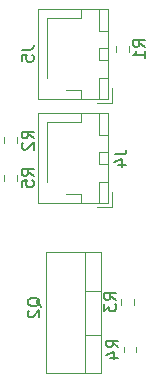
<source format=gbr>
%TF.GenerationSoftware,KiCad,Pcbnew,9.0.2*%
%TF.CreationDate,2025-08-07T20:28:25-04:00*%
%TF.ProjectId,3Dwelderpcbstuff,33447765-6c64-4657-9270-636273747566,rev?*%
%TF.SameCoordinates,Original*%
%TF.FileFunction,Legend,Bot*%
%TF.FilePolarity,Positive*%
%FSLAX46Y46*%
G04 Gerber Fmt 4.6, Leading zero omitted, Abs format (unit mm)*
G04 Created by KiCad (PCBNEW 9.0.2) date 2025-08-07 20:28:25*
%MOMM*%
%LPD*%
G01*
G04 APERTURE LIST*
%ADD10C,0.150000*%
%ADD11C,0.120000*%
G04 APERTURE END LIST*
D10*
X148624819Y-78858333D02*
X148148628Y-78525000D01*
X148624819Y-78286905D02*
X147624819Y-78286905D01*
X147624819Y-78286905D02*
X147624819Y-78667857D01*
X147624819Y-78667857D02*
X147672438Y-78763095D01*
X147672438Y-78763095D02*
X147720057Y-78810714D01*
X147720057Y-78810714D02*
X147815295Y-78858333D01*
X147815295Y-78858333D02*
X147958152Y-78858333D01*
X147958152Y-78858333D02*
X148053390Y-78810714D01*
X148053390Y-78810714D02*
X148101009Y-78763095D01*
X148101009Y-78763095D02*
X148148628Y-78667857D01*
X148148628Y-78667857D02*
X148148628Y-78286905D01*
X147958152Y-79715476D02*
X148624819Y-79715476D01*
X147577200Y-79477381D02*
X148291485Y-79239286D01*
X148291485Y-79239286D02*
X148291485Y-79858333D01*
X148424819Y-74833333D02*
X147948628Y-74500000D01*
X148424819Y-74261905D02*
X147424819Y-74261905D01*
X147424819Y-74261905D02*
X147424819Y-74642857D01*
X147424819Y-74642857D02*
X147472438Y-74738095D01*
X147472438Y-74738095D02*
X147520057Y-74785714D01*
X147520057Y-74785714D02*
X147615295Y-74833333D01*
X147615295Y-74833333D02*
X147758152Y-74833333D01*
X147758152Y-74833333D02*
X147853390Y-74785714D01*
X147853390Y-74785714D02*
X147901009Y-74738095D01*
X147901009Y-74738095D02*
X147948628Y-74642857D01*
X147948628Y-74642857D02*
X147948628Y-74261905D01*
X147424819Y-75166667D02*
X147424819Y-75785714D01*
X147424819Y-75785714D02*
X147805771Y-75452381D01*
X147805771Y-75452381D02*
X147805771Y-75595238D01*
X147805771Y-75595238D02*
X147853390Y-75690476D01*
X147853390Y-75690476D02*
X147901009Y-75738095D01*
X147901009Y-75738095D02*
X147996247Y-75785714D01*
X147996247Y-75785714D02*
X148234342Y-75785714D01*
X148234342Y-75785714D02*
X148329580Y-75738095D01*
X148329580Y-75738095D02*
X148377200Y-75690476D01*
X148377200Y-75690476D02*
X148424819Y-75595238D01*
X148424819Y-75595238D02*
X148424819Y-75309524D01*
X148424819Y-75309524D02*
X148377200Y-75214286D01*
X148377200Y-75214286D02*
X148329580Y-75166667D01*
X150884819Y-53423333D02*
X150408628Y-53090000D01*
X150884819Y-52851905D02*
X149884819Y-52851905D01*
X149884819Y-52851905D02*
X149884819Y-53232857D01*
X149884819Y-53232857D02*
X149932438Y-53328095D01*
X149932438Y-53328095D02*
X149980057Y-53375714D01*
X149980057Y-53375714D02*
X150075295Y-53423333D01*
X150075295Y-53423333D02*
X150218152Y-53423333D01*
X150218152Y-53423333D02*
X150313390Y-53375714D01*
X150313390Y-53375714D02*
X150361009Y-53328095D01*
X150361009Y-53328095D02*
X150408628Y-53232857D01*
X150408628Y-53232857D02*
X150408628Y-52851905D01*
X150884819Y-54375714D02*
X150884819Y-53804286D01*
X150884819Y-54090000D02*
X149884819Y-54090000D01*
X149884819Y-54090000D02*
X150027676Y-53994762D01*
X150027676Y-53994762D02*
X150122914Y-53899524D01*
X150122914Y-53899524D02*
X150170533Y-53804286D01*
X141454819Y-61158333D02*
X140978628Y-60825000D01*
X141454819Y-60586905D02*
X140454819Y-60586905D01*
X140454819Y-60586905D02*
X140454819Y-60967857D01*
X140454819Y-60967857D02*
X140502438Y-61063095D01*
X140502438Y-61063095D02*
X140550057Y-61110714D01*
X140550057Y-61110714D02*
X140645295Y-61158333D01*
X140645295Y-61158333D02*
X140788152Y-61158333D01*
X140788152Y-61158333D02*
X140883390Y-61110714D01*
X140883390Y-61110714D02*
X140931009Y-61063095D01*
X140931009Y-61063095D02*
X140978628Y-60967857D01*
X140978628Y-60967857D02*
X140978628Y-60586905D01*
X140550057Y-61539286D02*
X140502438Y-61586905D01*
X140502438Y-61586905D02*
X140454819Y-61682143D01*
X140454819Y-61682143D02*
X140454819Y-61920238D01*
X140454819Y-61920238D02*
X140502438Y-62015476D01*
X140502438Y-62015476D02*
X140550057Y-62063095D01*
X140550057Y-62063095D02*
X140645295Y-62110714D01*
X140645295Y-62110714D02*
X140740533Y-62110714D01*
X140740533Y-62110714D02*
X140883390Y-62063095D01*
X140883390Y-62063095D02*
X141454819Y-61491667D01*
X141454819Y-61491667D02*
X141454819Y-62110714D01*
X142050057Y-75404761D02*
X142002438Y-75309523D01*
X142002438Y-75309523D02*
X141907200Y-75214285D01*
X141907200Y-75214285D02*
X141764342Y-75071428D01*
X141764342Y-75071428D02*
X141716723Y-74976190D01*
X141716723Y-74976190D02*
X141716723Y-74880952D01*
X141954819Y-74928571D02*
X141907200Y-74833333D01*
X141907200Y-74833333D02*
X141811961Y-74738095D01*
X141811961Y-74738095D02*
X141621485Y-74690476D01*
X141621485Y-74690476D02*
X141288152Y-74690476D01*
X141288152Y-74690476D02*
X141097676Y-74738095D01*
X141097676Y-74738095D02*
X141002438Y-74833333D01*
X141002438Y-74833333D02*
X140954819Y-74928571D01*
X140954819Y-74928571D02*
X140954819Y-75119047D01*
X140954819Y-75119047D02*
X141002438Y-75214285D01*
X141002438Y-75214285D02*
X141097676Y-75309523D01*
X141097676Y-75309523D02*
X141288152Y-75357142D01*
X141288152Y-75357142D02*
X141621485Y-75357142D01*
X141621485Y-75357142D02*
X141811961Y-75309523D01*
X141811961Y-75309523D02*
X141907200Y-75214285D01*
X141907200Y-75214285D02*
X141954819Y-75119047D01*
X141954819Y-75119047D02*
X141954819Y-74928571D01*
X141050057Y-75738095D02*
X141002438Y-75785714D01*
X141002438Y-75785714D02*
X140954819Y-75880952D01*
X140954819Y-75880952D02*
X140954819Y-76119047D01*
X140954819Y-76119047D02*
X141002438Y-76214285D01*
X141002438Y-76214285D02*
X141050057Y-76261904D01*
X141050057Y-76261904D02*
X141145295Y-76309523D01*
X141145295Y-76309523D02*
X141240533Y-76309523D01*
X141240533Y-76309523D02*
X141383390Y-76261904D01*
X141383390Y-76261904D02*
X141954819Y-75690476D01*
X141954819Y-75690476D02*
X141954819Y-76309523D01*
X148314819Y-62506666D02*
X149029104Y-62506666D01*
X149029104Y-62506666D02*
X149171961Y-62459047D01*
X149171961Y-62459047D02*
X149267200Y-62363809D01*
X149267200Y-62363809D02*
X149314819Y-62220952D01*
X149314819Y-62220952D02*
X149314819Y-62125714D01*
X148648152Y-63411428D02*
X149314819Y-63411428D01*
X148267200Y-63173333D02*
X148981485Y-62935238D01*
X148981485Y-62935238D02*
X148981485Y-63554285D01*
X140454819Y-53666666D02*
X141169104Y-53666666D01*
X141169104Y-53666666D02*
X141311961Y-53619047D01*
X141311961Y-53619047D02*
X141407200Y-53523809D01*
X141407200Y-53523809D02*
X141454819Y-53380952D01*
X141454819Y-53380952D02*
X141454819Y-53285714D01*
X140454819Y-54619047D02*
X140454819Y-54142857D01*
X140454819Y-54142857D02*
X140931009Y-54095238D01*
X140931009Y-54095238D02*
X140883390Y-54142857D01*
X140883390Y-54142857D02*
X140835771Y-54238095D01*
X140835771Y-54238095D02*
X140835771Y-54476190D01*
X140835771Y-54476190D02*
X140883390Y-54571428D01*
X140883390Y-54571428D02*
X140931009Y-54619047D01*
X140931009Y-54619047D02*
X141026247Y-54666666D01*
X141026247Y-54666666D02*
X141264342Y-54666666D01*
X141264342Y-54666666D02*
X141359580Y-54619047D01*
X141359580Y-54619047D02*
X141407200Y-54571428D01*
X141407200Y-54571428D02*
X141454819Y-54476190D01*
X141454819Y-54476190D02*
X141454819Y-54238095D01*
X141454819Y-54238095D02*
X141407200Y-54142857D01*
X141407200Y-54142857D02*
X141359580Y-54095238D01*
X141454819Y-64333333D02*
X140978628Y-64000000D01*
X141454819Y-63761905D02*
X140454819Y-63761905D01*
X140454819Y-63761905D02*
X140454819Y-64142857D01*
X140454819Y-64142857D02*
X140502438Y-64238095D01*
X140502438Y-64238095D02*
X140550057Y-64285714D01*
X140550057Y-64285714D02*
X140645295Y-64333333D01*
X140645295Y-64333333D02*
X140788152Y-64333333D01*
X140788152Y-64333333D02*
X140883390Y-64285714D01*
X140883390Y-64285714D02*
X140931009Y-64238095D01*
X140931009Y-64238095D02*
X140978628Y-64142857D01*
X140978628Y-64142857D02*
X140978628Y-63761905D01*
X140454819Y-65238095D02*
X140454819Y-64761905D01*
X140454819Y-64761905D02*
X140931009Y-64714286D01*
X140931009Y-64714286D02*
X140883390Y-64761905D01*
X140883390Y-64761905D02*
X140835771Y-64857143D01*
X140835771Y-64857143D02*
X140835771Y-65095238D01*
X140835771Y-65095238D02*
X140883390Y-65190476D01*
X140883390Y-65190476D02*
X140931009Y-65238095D01*
X140931009Y-65238095D02*
X141026247Y-65285714D01*
X141026247Y-65285714D02*
X141264342Y-65285714D01*
X141264342Y-65285714D02*
X141359580Y-65238095D01*
X141359580Y-65238095D02*
X141407200Y-65190476D01*
X141407200Y-65190476D02*
X141454819Y-65095238D01*
X141454819Y-65095238D02*
X141454819Y-64857143D01*
X141454819Y-64857143D02*
X141407200Y-64761905D01*
X141407200Y-64761905D02*
X141359580Y-64714286D01*
D11*
%TO.C,R4*%
X149077500Y-78787742D02*
X149077500Y-79262258D01*
X150122500Y-78787742D02*
X150122500Y-79262258D01*
%TO.C,R3*%
X148877500Y-74762742D02*
X148877500Y-75237258D01*
X149922500Y-74762742D02*
X149922500Y-75237258D01*
%TO.C,R1*%
X149522500Y-53827258D02*
X149522500Y-53352742D01*
X148477500Y-53827258D02*
X148477500Y-53352742D01*
%TO.C,R2*%
X138977500Y-61087742D02*
X138977500Y-61562258D01*
X140022500Y-61087742D02*
X140022500Y-61562258D01*
%TO.C,Q2*%
X142550000Y-81040000D02*
X142550000Y-70820000D01*
X145790000Y-81040000D02*
X145790000Y-70820000D01*
X147170000Y-70820000D02*
X142550000Y-70820000D01*
X147170000Y-74080000D02*
X145790000Y-74080000D01*
X147170000Y-77780000D02*
X145790000Y-77780000D01*
X147170000Y-81040000D02*
X142550000Y-81040000D01*
X147170000Y-81040000D02*
X147170000Y-70820000D01*
%TO.C,J4*%
X141800000Y-59030000D02*
X147770000Y-59030000D01*
X141800000Y-66650000D02*
X141800000Y-59030000D01*
X142560000Y-59790000D02*
X142560000Y-62840000D01*
X142560000Y-62840000D02*
X142560000Y-64830000D01*
X145510000Y-59040000D02*
X145510000Y-59790000D01*
X145510000Y-59790000D02*
X142560000Y-59790000D01*
X145510000Y-65890000D02*
X144170000Y-65890000D01*
X145510000Y-66640000D02*
X145510000Y-65890000D01*
X147010000Y-59040000D02*
X147760000Y-59040000D01*
X147010000Y-60840000D02*
X147010000Y-59040000D01*
X147010000Y-62340000D02*
X147760000Y-62340000D01*
X147010000Y-63340000D02*
X147010000Y-62340000D01*
X147010000Y-64840000D02*
X147760000Y-64840000D01*
X147010000Y-66640000D02*
X147010000Y-64840000D01*
X147760000Y-59040000D02*
X147760000Y-60840000D01*
X147760000Y-60840000D02*
X147010000Y-60840000D01*
X147760000Y-62340000D02*
X147760000Y-63340000D01*
X147760000Y-63340000D02*
X147010000Y-63340000D01*
X147760000Y-64840000D02*
X147760000Y-66640000D01*
X147760000Y-66640000D02*
X147010000Y-66640000D01*
X147770000Y-59030000D02*
X147770000Y-66650000D01*
X147770000Y-66650000D02*
X141800000Y-66650000D01*
X148060000Y-65690000D02*
X148060000Y-66940000D01*
X148060000Y-66940000D02*
X146810000Y-66940000D01*
%TO.C,J5*%
X141800000Y-50230000D02*
X147770000Y-50230000D01*
X141800000Y-57850000D02*
X141800000Y-50230000D01*
X142560000Y-50990000D02*
X142560000Y-54040000D01*
X142560000Y-54040000D02*
X142560000Y-56030000D01*
X145510000Y-50240000D02*
X145510000Y-50990000D01*
X145510000Y-50990000D02*
X142560000Y-50990000D01*
X145510000Y-57090000D02*
X144170000Y-57090000D01*
X145510000Y-57840000D02*
X145510000Y-57090000D01*
X147010000Y-50240000D02*
X147760000Y-50240000D01*
X147010000Y-52040000D02*
X147010000Y-50240000D01*
X147010000Y-53540000D02*
X147760000Y-53540000D01*
X147010000Y-54540000D02*
X147010000Y-53540000D01*
X147010000Y-56040000D02*
X147760000Y-56040000D01*
X147010000Y-57840000D02*
X147010000Y-56040000D01*
X147760000Y-50240000D02*
X147760000Y-52040000D01*
X147760000Y-52040000D02*
X147010000Y-52040000D01*
X147760000Y-53540000D02*
X147760000Y-54540000D01*
X147760000Y-54540000D02*
X147010000Y-54540000D01*
X147760000Y-56040000D02*
X147760000Y-57840000D01*
X147760000Y-57840000D02*
X147010000Y-57840000D01*
X147770000Y-50230000D02*
X147770000Y-57850000D01*
X147770000Y-57850000D02*
X141800000Y-57850000D01*
X148060000Y-56890000D02*
X148060000Y-58140000D01*
X148060000Y-58140000D02*
X146810000Y-58140000D01*
%TO.C,R5*%
X138977500Y-64262742D02*
X138977500Y-64737258D01*
X140022500Y-64262742D02*
X140022500Y-64737258D01*
%TD*%
M02*

</source>
